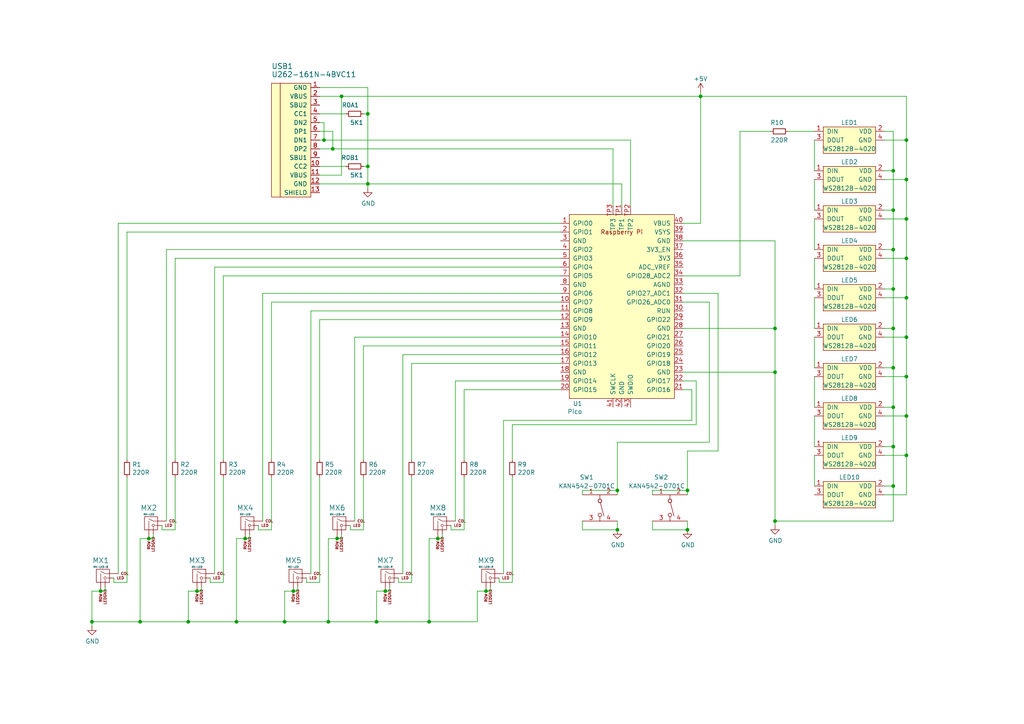
<source format=kicad_sch>
(kicad_sch (version 20211123) (generator eeschema)
  (paper "A4")
  (lib_symbols
    (symbol "Device:R_Small" (pin_numbers hide) (pin_names (offset 0.254) hide)
      (property "Reference" "R" (at 0.762 0.508 0))
      (property "Value" "R_Small" (at 0.762 -1.016 0))
      (symbol "R_Small_0_1"
        (rectangle (start -0.762 1.778) (end 0.762 -1.778) (stroke (width 0.2032)))
      )
      (symbol "R_Small_1_1"
        (pin passive line (at 0 2.54 270) (length 0.762) (name "~") (number "1"))
        (pin passive line (at 0 -2.54 90) (length 0.762) (name "~") (number "2"))
      )
    )
    (symbol "K2-1102SP-C4SC-04:K2-1102SP-C4SC-04" (pin_names (offset 0) hide)
      (property "Reference" "SW" (at 3.81 0 90))
      (property "Value" "K2-1102SP-C4SC-04" (at 0 6.35 0))
      (symbol "K2-1102SP-C4SC-04_0_0"
        (circle (center 0 -2.032) (radius 0.508))
        (polyline (pts (xy 0.127 1.524) (xy 1.1684 -2.3622)))
        (circle (center 0 2.032) (radius 0.508))
        (circle (center 0 2.032) (radius 0.508))
      )
      (symbol "K2-1102SP-C4SC-04_0_1"
        (polyline (pts (xy 0 -2.54) (xy 0 -3.81)))
        (polyline (pts (xy 0 3.81) (xy 0 2.54)))
      )
      (symbol "K2-1102SP-C4SC-04_1_1"
        (pin passive line (at -5.08 3.81 0) (length 5.08) (name "~") (number "1"))
        (pin passive line (at 5.08 3.81 180) (length 5.08) (name "~") (number "2"))
        (pin passive line (at -5.08 -3.81 0) (length 5.08) (name "~") (number "3"))
        (pin passive line (at 5.08 -3.81 180) (length 5.08) (name "~") (number "4"))
      )
    )
    (symbol "MCU_RaspberryPi_and_Boards:Pico" (pin_names (offset 1.016))
      (property "Reference" "U" (at -13.97 27.94 0))
      (property "Value" "Pico" (at 0 19.05 0))
      (symbol "Pico_0_0"
        (text "Raspberry Pi" (at 0 21.59 0) (effects (font (size 1.27 1.27))))
      )
      (symbol "Pico_0_1"
        (rectangle (start -15.24 26.67) (end 15.24 -26.67) (fill (type background)))
      )
      (symbol "Pico_1_1"
        (pin bidirectional line (at -17.78 24.13 0) (length 2.54) (name "GPIO0") (number "1"))
        (pin bidirectional line (at -17.78 1.27 0) (length 2.54) (name "GPIO7") (number "10"))
        (pin bidirectional line (at -17.78 -1.27 0) (length 2.54) (name "GPIO8") (number "11"))
        (pin bidirectional line (at -17.78 -3.81 0) (length 2.54) (name "GPIO9") (number "12"))
        (pin power_in line (at -17.78 -6.35 0) (length 2.54) (name "GND") (number "13"))
        (pin bidirectional line (at -17.78 -8.89 0) (length 2.54) (name "GPIO10") (number "14"))
        (pin bidirectional line (at -17.78 -11.43 0) (length 2.54) (name "GPIO11") (number "15"))
        (pin bidirectional line (at -17.78 -13.97 0) (length 2.54) (name "GPIO12") (number "16"))
        (pin bidirectional line (at -17.78 -16.51 0) (length 2.54) (name "GPIO13") (number "17"))
        (pin power_in line (at -17.78 -19.05 0) (length 2.54) (name "GND") (number "18"))
        (pin bidirectional line (at -17.78 -21.59 0) (length 2.54) (name "GPIO14") (number "19"))
        (pin bidirectional line (at -17.78 21.59 0) (length 2.54) (name "GPIO1") (number "2"))
        (pin bidirectional line (at -17.78 -24.13 0) (length 2.54) (name "GPIO15") (number "20"))
        (pin bidirectional line (at 17.78 -24.13 180) (length 2.54) (name "GPIO16") (number "21"))
        (pin bidirectional line (at 17.78 -21.59 180) (length 2.54) (name "GPIO17") (number "22"))
        (pin power_in line (at 17.78 -19.05 180) (length 2.54) (name "GND") (number "23"))
        (pin bidirectional line (at 17.78 -16.51 180) (length 2.54) (name "GPIO18") (number "24"))
        (pin bidirectional line (at 17.78 -13.97 180) (length 2.54) (name "GPIO19") (number "25"))
        (pin bidirectional line (at 17.78 -11.43 180) (length 2.54) (name "GPIO20") (number "26"))
        (pin bidirectional line (at 17.78 -8.89 180) (length 2.54) (name "GPIO21") (number "27"))
        (pin power_in line (at 17.78 -6.35 180) (length 2.54) (name "GND") (number "28"))
        (pin bidirectional line (at 17.78 -3.81 180) (length 2.54) (name "GPIO22") (number "29"))
        (pin power_in line (at -17.78 19.05 0) (length 2.54) (name "GND") (number "3"))
        (pin input line (at 17.78 -1.27 180) (length 2.54) (name "RUN") (number "30"))
        (pin bidirectional line (at 17.78 1.27 180) (length 2.54) (name "GPIO26_ADC0") (number "31"))
        (pin bidirectional line (at 17.78 3.81 180) (length 2.54) (name "GPIO27_ADC1") (number "32"))
        (pin power_in line (at 17.78 6.35 180) (length 2.54) (name "AGND") (number "33"))
        (pin bidirectional line (at 17.78 8.89 180) (length 2.54) (name "GPIO28_ADC2") (number "34"))
        (pin unspecified line (at 17.78 11.43 180) (length 2.54) (name "ADC_VREF") (number "35"))
        (pin unspecified line (at 17.78 13.97 180) (length 2.54) (name "3V3") (number "36"))
        (pin input line (at 17.78 16.51 180) (length 2.54) (name "3V3_EN") (number "37"))
        (pin bidirectional line (at 17.78 19.05 180) (length 2.54) (name "GND") (number "38"))
        (pin unspecified line (at 17.78 21.59 180) (length 2.54) (name "VSYS") (number "39"))
        (pin bidirectional line (at -17.78 16.51 0) (length 2.54) (name "GPIO2") (number "4"))
        (pin unspecified line (at 17.78 24.13 180) (length 2.54) (name "VBUS") (number "40"))
        (pin input line (at -2.54 -29.21 90) (length 2.54) (name "SWCLK") (number "41"))
        (pin power_in line (at 0 -29.21 90) (length 2.54) (name "GND") (number "42"))
        (pin bidirectional line (at 2.54 -29.21 90) (length 2.54) (name "SWDIO") (number "43"))
        (pin bidirectional line (at -17.78 13.97 0) (length 2.54) (name "GPIO3") (number "5"))
        (pin bidirectional line (at -17.78 11.43 0) (length 2.54) (name "GPIO4") (number "6"))
        (pin bidirectional line (at -17.78 8.89 0) (length 2.54) (name "GPIO5") (number "7"))
        (pin power_in line (at -17.78 6.35 0) (length 2.54) (name "GND") (number "8"))
        (pin bidirectional line (at -17.78 3.81 0) (length 2.54) (name "GPIO6") (number "9"))
        (pin unspecified line (at 0 29.21 270) (length 2.54) (name "TP1") (number "TP1"))
        (pin bidirectional line (at 2.54 29.21 270) (length 2.54) (name "TP2") (number "TP2"))
        (pin bidirectional line (at -2.54 29.21 270) (length 2.54) (name "TP3") (number "TP3"))
      )
    )
    (symbol "MX_Alps_Hybrid:MX-LED" (pin_names (offset 1.016))
      (property "Reference" "MX" (at -0.635 3.81 0))
      (property "Value" "MX-LED" (at -0.635 1.27 0))
      (symbol "MX-LED_0_0"
        (rectangle (start -2.54 2.54) (end 1.27 -1.27))
        (polyline (pts (xy -1.27 -1.27) (xy -1.27 1.27)) (stroke (width 0.127)))
        (polyline (pts (xy 0 -1.27) (xy 0 -0.635)) (stroke (width 0.127)))
        (polyline (pts (xy 1.27 0) (xy 0.635 0)) (stroke (width 0.127)))
        (polyline (pts (xy 1.27 1.27) (xy 0 1.27) (xy -1.27 1.905)) (stroke (width 0.127)))
        (circle (center 0 0) (radius 0.3556) (stroke (width 0.127)))
        (text "COL" (at 5.715 1.27 0) (effects (font (size 0.762 0.762))))
        (text "LED" (at 4.445 0 0) (effects (font (size 0.762 0.762))))
        (text "ROW" (at -1.27 -4.445 900) (effects (font (size 0.762 0.762)) (justify right)))
      )
      (symbol "MX-LED_1_0"
        (text "LEDGND" (at 0 -3.175 900) (effects (font (size 0.762 0.762)) (justify right)))
      )
      (symbol "MX-LED_1_1"
        (pin passive line (at 3.81 1.27 180) (length 2.54) (name "COL") (number "1"))
        (pin passive line (at -1.27 -3.81 90) (length 2.54) (name "ROW") (number "2"))
        (pin input line (at 2.54 0 180) (length 1.27) (name "LED") (number "3"))
        (pin passive line (at 0 -2.54 90) (length 1.27) (name "LEDGND") (number "4"))
      )
    )
    (symbol "Type-C:HRO-TYPE-C-31-M-12" (pin_names (offset 1.016))
      (property "Reference" "USB" (at -5.08 16.51 0))
      (property "Value" "HRO-TYPE-C-31-M-12" (at -10.16 -1.27 90))
      (symbol "HRO-TYPE-C-31-M-12_0_1"
        (rectangle (start -11.43 15.24) (end -8.89 -17.78) (fill (type background)))
        (rectangle (start 0 -17.78) (end -8.89 15.24) (fill (type background)))
      )
      (symbol "HRO-TYPE-C-31-M-12_1_1"
        (pin input line (at 2.54 13.97 180) (length 2.54) (name "GND") (number "1"))
        (pin input line (at 2.54 -8.89 180) (length 2.54) (name "CC2") (number "10"))
        (pin input line (at 2.54 -11.43 180) (length 2.54) (name "VBUS") (number "11"))
        (pin input line (at 2.54 -13.97 180) (length 2.54) (name "GND") (number "12"))
        (pin input line (at 2.54 -16.51 180) (length 2.54) (name "SHIELD") (number "13"))
        (pin input line (at 2.54 11.43 180) (length 2.54) (name "VBUS") (number "2"))
        (pin input line (at 2.54 8.89 180) (length 2.54) (name "SBU2") (number "3"))
        (pin input line (at 2.54 6.35 180) (length 2.54) (name "CC1") (number "4"))
        (pin input line (at 2.54 3.81 180) (length 2.54) (name "DN2") (number "5"))
        (pin input line (at 2.54 1.27 180) (length 2.54) (name "DP1") (number "6"))
        (pin input line (at 2.54 -1.27 180) (length 2.54) (name "DN1") (number "7"))
        (pin input line (at 2.54 -3.81 180) (length 2.54) (name "DP2") (number "8"))
        (pin input line (at 2.54 -6.35 180) (length 2.54) (name "SBU1") (number "9"))
      )
    )
    (symbol "agg-kicad:WS2812B-4020" (pin_names (offset 1.016))
      (property "Reference" "LED" (at -7.62 5.08 0))
      (property "Value" "WS2812B-4020" (at -7.62 -5.08 0))
      (symbol "WS2812B-4020_0_0"
        (pin input line (at 10.16 2.54 180) (length 2.54) (name "DIN") (number "1"))
        (pin power_in line (at -10.16 2.54 0) (length 2.54) (name "VDD") (number "2"))
        (pin output line (at 10.16 0 180) (length 2.54) (name "DOUT") (number "3"))
        (pin power_in line (at -10.16 0 0) (length 2.54) (name "GND") (number "4"))
      )
      (symbol "WS2812B-4020_0_1"
        (rectangle (start -7.62 3.81) (end 7.62 -3.81) (fill (type background)))
      )
    )
    (symbol "power:+5V" (power) (pin_names (offset 0))
      (property "Value" "+5V" (at 0 3.556 0))
      (symbol "+5V_0_1"
        (polyline (pts (xy -0.762 1.27) (xy 0 2.54)))
        (polyline (pts (xy 0 0) (xy 0 2.54)))
        (polyline (pts (xy 0 2.54) (xy 0.762 1.27)))
      )
      (symbol "+5V_1_1"
        (pin power_in line (at 0 0 90) (length 0) hide (name "+5V") (number "1"))
      )
    )
    (symbol "power:GND" (power) (pin_names (offset 0))
      (property "Value" "GND" (at 0 -3.81 0))
      (symbol "GND_0_1"
        (polyline (pts (xy 0 0) (xy 0 -1.27) (xy 1.27 -1.27) (xy 0 -2.54) (xy -1.27 -1.27) (xy 0 -1.27)))
      )
      (symbol "GND_1_1"
        (pin power_in line (at 0 0 270) (length 0) hide (name "GND") (number "1"))
      )
    )
  )
  (junction (at 109.22 180.34))
  (junction (at 40.64 180.34))
  (junction (at 96.52 43.18))
  (junction (at 262.89 86.36))
  (junction (at 111.76 171.45))
  (junction (at 97.79 156.21))
  (junction (at 262.89 97.79))
  (junction (at 179.07 142.24))
  (junction (at 203.2 27.94))
  (junction (at 68.58 180.34))
  (junction (at 259.08 60.96))
  (junction (at 199.39 142.24))
  (junction (at 259.08 106.68))
  (junction (at 259.08 49.53))
  (junction (at 95.25 180.34))
  (junction (at 99.06 27.94))
  (junction (at 262.89 74.93))
  (junction (at 106.68 53.34))
  (junction (at 262.89 109.22))
  (junction (at 26.67 180.34))
  (junction (at 259.08 129.54))
  (junction (at 54.61 180.34))
  (junction (at 179.07 153.67))
  (junction (at 262.89 52.07))
  (junction (at 43.18 156.21))
  (junction (at 259.08 95.25))
  (junction (at 140.97 171.45))
  (junction (at 71.12 156.21))
  (junction (at 259.08 140.97))
  (junction (at 259.08 72.39))
  (junction (at 259.08 118.11))
  (junction (at 85.09 171.45))
  (junction (at 262.89 40.64))
  (junction (at 262.89 132.08))
  (junction (at 82.55 180.34))
  (junction (at 124.46 180.34))
  (junction (at 106.68 48.26))
  (junction (at 259.08 83.82))
  (junction (at 106.68 33.02))
  (junction (at 127 156.21))
  (junction (at 262.89 63.5))
  (junction (at 199.39 153.67))
  (junction (at 29.21 171.45))
  (junction (at 224.79 151.13))
  (junction (at 57.15 171.45))
  (junction (at 224.79 95.25))
  (junction (at 262.89 120.65))
  (junction (at 93.98 40.64))
  (junction (at 224.79 107.95))
  (wire (pts (xy 62.23 77.47) (xy 162.56 77.47)))
  (wire (pts (xy 36.83 67.31) (xy 36.83 133.35)))
  (wire (pts (xy 106.68 25.4) (xy 106.68 33.02)))
  (wire (pts (xy 179.07 153.67) (xy 179.07 151.13)))
  (wire (pts (xy 134.62 113.03) (xy 134.62 133.35)))
  (wire (pts (xy 168.91 151.13) (xy 168.91 153.67)))
  (wire (pts (xy 198.12 107.95) (xy 224.79 107.95)))
  (wire (pts (xy 200.66 113.03) (xy 198.12 113.03)))
  (wire (pts (xy 76.2 85.09) (xy 162.56 85.09)))
  (wire (pts (xy 199.39 153.67) (xy 199.39 151.13)))
  (wire (pts (xy 259.08 140.97) (xy 259.08 151.13)))
  (wire (pts (xy 72.39 156.21) (xy 71.12 156.21)))
  (wire (pts (xy 115.57 167.64) (xy 115.57 168.91)))
  (wire (pts (xy 92.71 40.64) (xy 93.98 40.64)))
  (wire (pts (xy 256.54 95.25) (xy 259.08 95.25)))
  (wire (pts (xy 256.54 49.53) (xy 259.08 49.53)))
  (wire (pts (xy 113.03 170.18) (xy 113.03 171.45)))
  (wire (pts (xy 99.06 50.8) (xy 99.06 27.94)))
  (wire (pts (xy 259.08 72.39) (xy 259.08 83.82)))
  (wire (pts (xy 236.22 132.08) (xy 236.22 140.97)))
  (wire (pts (xy 224.79 69.85) (xy 224.79 95.25)))
  (wire (pts (xy 256.54 120.65) (xy 262.89 120.65)))
  (wire (pts (xy 256.54 74.93) (xy 262.89 74.93)))
  (wire (pts (xy 57.15 171.45) (xy 54.61 171.45)))
  (wire (pts (xy 214.63 38.1) (xy 223.52 38.1)))
  (wire (pts (xy 189.23 151.13) (xy 189.23 153.67)))
  (wire (pts (xy 198.12 87.63) (xy 205.74 87.63)))
  (wire (pts (xy 256.54 52.07) (xy 262.89 52.07)))
  (wire (pts (xy 109.22 171.45) (xy 109.22 180.34)))
  (wire (pts (xy 88.9 168.91) (xy 92.71 168.91)))
  (wire (pts (xy 99.06 154.94) (xy 99.06 156.21)))
  (wire (pts (xy 256.54 83.82) (xy 259.08 83.82)))
  (wire (pts (xy 116.84 102.87) (xy 116.84 166.37)))
  (wire (pts (xy 162.56 72.39) (xy 48.26 72.39)))
  (wire (pts (xy 82.55 171.45) (xy 82.55 180.34)))
  (wire (pts (xy 177.8 43.18) (xy 96.52 43.18)))
  (wire (pts (xy 236.22 74.93) (xy 236.22 83.82)))
  (wire (pts (xy 119.38 105.41) (xy 162.56 105.41)))
  (wire (pts (xy 101.6 153.67) (xy 105.41 153.67)))
  (wire (pts (xy 259.08 49.53) (xy 259.08 60.96)))
  (wire (pts (xy 144.78 167.64) (xy 144.78 168.91)))
  (wire (pts (xy 64.77 80.01) (xy 162.56 80.01)))
  (wire (pts (xy 146.05 121.92) (xy 146.05 166.37)))
  (wire (pts (xy 256.54 132.08) (xy 262.89 132.08)))
  (wire (pts (xy 201.93 110.49) (xy 198.12 110.49)))
  (wire (pts (xy 168.91 153.67) (xy 179.07 153.67)))
  (wire (pts (xy 101.6 152.4) (xy 101.6 153.67)))
  (wire (pts (xy 36.83 138.43) (xy 36.83 168.91)))
  (wire (pts (xy 71.12 156.21) (xy 68.58 156.21)))
  (wire (pts (xy 198.12 80.01) (xy 214.63 80.01)))
  (wire (pts (xy 30.48 170.18) (xy 30.48 171.45)))
  (wire (pts (xy 148.59 123.19) (xy 201.93 123.19)))
  (wire (pts (xy 78.74 87.63) (xy 78.74 133.35)))
  (wire (pts (xy 224.79 151.13) (xy 224.79 152.4)))
  (wire (pts (xy 46.99 152.4) (xy 46.99 153.67)))
  (wire (pts (xy 44.45 156.21) (xy 43.18 156.21)))
  (wire (pts (xy 236.22 63.5) (xy 236.22 72.39)))
  (wire (pts (xy 99.06 156.21) (xy 97.79 156.21)))
  (wire (pts (xy 262.89 74.93) (xy 262.89 86.36)))
  (wire (pts (xy 26.67 181.61) (xy 26.67 180.34)))
  (wire (pts (xy 40.64 156.21) (xy 40.64 180.34)))
  (wire (pts (xy 262.89 97.79) (xy 262.89 109.22)))
  (wire (pts (xy 97.79 156.21) (xy 95.25 156.21)))
  (wire (pts (xy 124.46 180.34) (xy 109.22 180.34)))
  (wire (pts (xy 262.89 109.22) (xy 262.89 120.65)))
  (wire (pts (xy 256.54 72.39) (xy 259.08 72.39)))
  (wire (pts (xy 119.38 105.41) (xy 119.38 133.35)))
  (wire (pts (xy 262.89 52.07) (xy 262.89 63.5)))
  (wire (pts (xy 208.28 85.09) (xy 208.28 130.81)))
  (wire (pts (xy 105.41 100.33) (xy 162.56 100.33)))
  (wire (pts (xy 93.98 35.56) (xy 93.98 40.64)))
  (wire (pts (xy 199.39 142.24) (xy 199.39 143.51)))
  (wire (pts (xy 92.71 92.71) (xy 92.71 133.35)))
  (wire (pts (xy 105.41 138.43) (xy 105.41 153.67)))
  (wire (pts (xy 236.22 52.07) (xy 236.22 60.96)))
  (wire (pts (xy 33.02 167.64) (xy 33.02 168.91)))
  (wire (pts (xy 182.88 40.64) (xy 93.98 40.64)))
  (wire (pts (xy 256.54 143.51) (xy 262.89 143.51)))
  (wire (pts (xy 179.07 142.24) (xy 179.07 143.51)))
  (wire (pts (xy 26.67 180.34) (xy 26.67 171.45)))
  (wire (pts (xy 124.46 156.21) (xy 124.46 180.34)))
  (wire (pts (xy 72.39 154.94) (xy 72.39 156.21)))
  (wire (pts (xy 214.63 38.1) (xy 214.63 80.01)))
  (wire (pts (xy 92.71 53.34) (xy 106.68 53.34)))
  (wire (pts (xy 96.52 38.1) (xy 96.52 43.18)))
  (wire (pts (xy 228.6 38.1) (xy 236.22 38.1)))
  (wire (pts (xy 34.29 64.77) (xy 34.29 166.37)))
  (wire (pts (xy 262.89 63.5) (xy 262.89 74.93)))
  (wire (pts (xy 256.54 118.11) (xy 259.08 118.11)))
  (wire (pts (xy 46.99 153.67) (xy 50.8 153.67)))
  (wire (pts (xy 88.9 167.64) (xy 88.9 168.91)))
  (wire (pts (xy 26.67 171.45) (xy 29.21 171.45)))
  (wire (pts (xy 182.88 59.69) (xy 182.88 40.64)))
  (wire (pts (xy 64.77 80.01) (xy 64.77 133.35)))
  (wire (pts (xy 40.64 180.34) (xy 54.61 180.34)))
  (wire (pts (xy 180.34 59.69) (xy 180.34 53.34)))
  (wire (pts (xy 105.41 100.33) (xy 105.41 133.35)))
  (wire (pts (xy 262.89 86.36) (xy 262.89 97.79)))
  (wire (pts (xy 259.08 60.96) (xy 259.08 72.39)))
  (wire (pts (xy 256.54 38.1) (xy 259.08 38.1)))
  (wire (pts (xy 208.28 130.81) (xy 199.39 130.81)))
  (wire (pts (xy 138.43 180.34) (xy 124.46 180.34)))
  (wire (pts (xy 68.58 180.34) (xy 54.61 180.34)))
  (wire (pts (xy 259.08 129.54) (xy 259.08 140.97)))
  (wire (pts (xy 62.23 77.47) (xy 62.23 166.37)))
  (wire (pts (xy 256.54 129.54) (xy 259.08 129.54)))
  (wire (pts (xy 44.45 154.94) (xy 44.45 156.21)))
  (wire (pts (xy 201.93 123.19) (xy 201.93 110.49)))
  (wire (pts (xy 92.71 50.8) (xy 99.06 50.8)))
  (wire (pts (xy 40.64 156.21) (xy 43.18 156.21)))
  (wire (pts (xy 99.06 27.94) (xy 203.2 27.94)))
  (wire (pts (xy 256.54 106.68) (xy 259.08 106.68)))
  (wire (pts (xy 259.08 38.1) (xy 259.08 49.53)))
  (wire (pts (xy 262.89 132.08) (xy 262.89 143.51)))
  (wire (pts (xy 92.71 43.18) (xy 96.52 43.18)))
  (wire (pts (xy 138.43 171.45) (xy 138.43 180.34)))
  (wire (pts (xy 200.66 121.92) (xy 146.05 121.92)))
  (wire (pts (xy 236.22 86.36) (xy 236.22 95.25)))
  (wire (pts (xy 262.89 120.65) (xy 262.89 132.08)))
  (wire (pts (xy 58.42 171.45) (xy 57.15 171.45)))
  (wire (pts (xy 130.81 152.4) (xy 130.81 153.67)))
  (wire (pts (xy 189.23 153.67) (xy 199.39 153.67)))
  (wire (pts (xy 76.2 85.09) (xy 76.2 151.13)))
  (wire (pts (xy 162.56 64.77) (xy 34.29 64.77)))
  (wire (pts (xy 142.24 171.45) (xy 140.97 171.45)))
  (wire (pts (xy 92.71 48.26) (xy 100.33 48.26)))
  (wire (pts (xy 224.79 107.95) (xy 224.79 151.13)))
  (wire (pts (xy 256.54 97.79) (xy 262.89 97.79)))
  (wire (pts (xy 142.24 170.18) (xy 142.24 171.45)))
  (wire (pts (xy 177.8 59.69) (xy 177.8 43.18)))
  (wire (pts (xy 64.77 138.43) (xy 64.77 168.91)))
  (wire (pts (xy 132.08 110.49) (xy 162.56 110.49)))
  (wire (pts (xy 92.71 33.02) (xy 100.33 33.02)))
  (wire (pts (xy 189.23 143.51) (xy 189.23 142.24)))
  (wire (pts (xy 78.74 87.63) (xy 162.56 87.63)))
  (wire (pts (xy 168.91 142.24) (xy 179.07 142.24)))
  (wire (pts (xy 236.22 120.65) (xy 236.22 129.54)))
  (wire (pts (xy 128.27 156.21) (xy 127 156.21)))
  (wire (pts (xy 74.93 153.67) (xy 78.74 153.67)))
  (wire (pts (xy 106.68 48.26) (xy 105.41 48.26)))
  (wire (pts (xy 109.22 180.34) (xy 95.25 180.34)))
  (wire (pts (xy 36.83 67.31) (xy 162.56 67.31)))
  (wire (pts (xy 180.34 53.34) (xy 106.68 53.34)))
  (wire (pts (xy 113.03 171.45) (xy 111.76 171.45)))
  (wire (pts (xy 58.42 170.18) (xy 58.42 171.45)))
  (wire (pts (xy 259.08 83.82) (xy 259.08 95.25)))
  (wire (pts (xy 92.71 25.4) (xy 106.68 25.4)))
  (wire (pts (xy 92.71 27.94) (xy 99.06 27.94)))
  (wire (pts (xy 162.56 97.79) (xy 102.87 97.79)))
  (wire (pts (xy 236.22 40.64) (xy 236.22 49.53)))
  (wire (pts (xy 111.76 171.45) (xy 109.22 171.45)))
  (wire (pts (xy 236.22 109.22) (xy 236.22 118.11)))
  (wire (pts (xy 199.39 130.81) (xy 199.39 142.24)))
  (wire (pts (xy 115.57 168.91) (xy 119.38 168.91)))
  (wire (pts (xy 256.54 40.64) (xy 262.89 40.64)))
  (wire (pts (xy 60.96 168.91) (xy 64.77 168.91)))
  (wire (pts (xy 119.38 138.43) (xy 119.38 168.91)))
  (wire (pts (xy 224.79 95.25) (xy 224.79 107.95)))
  (wire (pts (xy 259.08 106.68) (xy 259.08 118.11)))
  (wire (pts (xy 162.56 113.03) (xy 134.62 113.03)))
  (wire (pts (xy 256.54 86.36) (xy 262.89 86.36)))
  (wire (pts (xy 54.61 171.45) (xy 54.61 180.34)))
  (wire (pts (xy 86.36 170.18) (xy 86.36 171.45)))
  (wire (pts (xy 262.89 40.64) (xy 262.89 52.07)))
  (wire (pts (xy 128.27 154.94) (xy 128.27 156.21)))
  (wire (pts (xy 198.12 69.85) (xy 224.79 69.85)))
  (wire (pts (xy 140.97 171.45) (xy 138.43 171.45)))
  (wire (pts (xy 198.12 95.25) (xy 224.79 95.25)))
  (wire (pts (xy 90.17 90.17) (xy 162.56 90.17)))
  (wire (pts (xy 106.68 33.02) (xy 106.68 48.26)))
  (wire (pts (xy 236.22 97.79) (xy 236.22 106.68)))
  (wire (pts (xy 50.8 74.93) (xy 162.56 74.93)))
  (wire (pts (xy 262.89 27.94) (xy 262.89 40.64)))
  (wire (pts (xy 127 156.21) (xy 124.46 156.21)))
  (wire (pts (xy 132.08 151.13) (xy 132.08 110.49)))
  (wire (pts (xy 106.68 53.34) (xy 106.68 54.61)))
  (wire (pts (xy 224.79 151.13) (xy 259.08 151.13)))
  (wire (pts (xy 82.55 180.34) (xy 68.58 180.34)))
  (wire (pts (xy 148.59 168.91) (xy 148.59 138.43)))
  (wire (pts (xy 203.2 27.94) (xy 262.89 27.94)))
  (wire (pts (xy 90.17 90.17) (xy 90.17 166.37)))
  (wire (pts (xy 148.59 133.35) (xy 148.59 123.19)))
  (wire (pts (xy 92.71 138.43) (xy 92.71 168.91)))
  (wire (pts (xy 259.08 95.25) (xy 259.08 106.68)))
  (wire (pts (xy 26.67 180.34) (xy 40.64 180.34)))
  (wire (pts (xy 86.36 171.45) (xy 85.09 171.45)))
  (wire (pts (xy 68.58 156.21) (xy 68.58 180.34)))
  (wire (pts (xy 30.48 171.45) (xy 29.21 171.45)))
  (wire (pts (xy 33.02 168.91) (xy 36.83 168.91)))
  (wire (pts (xy 92.71 92.71) (xy 162.56 92.71)))
  (wire (pts (xy 256.54 63.5) (xy 262.89 63.5)))
  (wire (pts (xy 189.23 142.24) (xy 199.39 142.24)))
  (wire (pts (xy 256.54 140.97) (xy 259.08 140.97)))
  (wire (pts (xy 168.91 143.51) (xy 168.91 142.24)))
  (wire (pts (xy 203.2 27.94) (xy 203.2 26.67)))
  (wire (pts (xy 256.54 60.96) (xy 259.08 60.96)))
  (wire (pts (xy 60.96 167.64) (xy 60.96 168.91)))
  (wire (pts (xy 92.71 38.1) (xy 96.52 38.1)))
  (wire (pts (xy 106.68 48.26) (xy 106.68 53.34)))
  (wire (pts (xy 205.74 128.27) (xy 179.07 128.27)))
  (wire (pts (xy 50.8 138.43) (xy 50.8 153.67)))
  (wire (pts (xy 92.71 35.56) (xy 93.98 35.56)))
  (wire (pts (xy 102.87 97.79) (xy 102.87 151.13)))
  (wire (pts (xy 162.56 102.87) (xy 116.84 102.87)))
  (wire (pts (xy 106.68 33.02) (xy 105.41 33.02)))
  (wire (pts (xy 130.81 153.67) (xy 134.62 153.67)))
  (wire (pts (xy 198.12 64.77) (xy 203.2 64.77)))
  (wire (pts (xy 198.12 85.09) (xy 208.28 85.09)))
  (wire (pts (xy 74.93 152.4) (xy 74.93 153.67)))
  (wire (pts (xy 48.26 72.39) (xy 48.26 151.13)))
  (wire (pts (xy 256.54 109.22) (xy 262.89 109.22)))
  (wire (pts (xy 85.09 171.45) (xy 82.55 171.45)))
  (wire (pts (xy 203.2 27.94) (xy 203.2 64.77)))
  (wire (pts (xy 95.25 156.21) (xy 95.25 180.34)))
  (wire (pts (xy 50.8 74.93) (xy 50.8 133.35)))
  (wire (pts (xy 259.08 118.11) (xy 259.08 129.54)))
  (wire (pts (xy 144.78 168.91) (xy 148.59 168.91)))
  (wire (pts (xy 134.62 138.43) (xy 134.62 153.67)))
  (wire (pts (xy 78.74 138.43) (xy 78.74 153.67)))
  (wire (pts (xy 179.07 128.27) (xy 179.07 142.24)))
  (wire (pts (xy 95.25 180.34) (xy 82.55 180.34)))
  (wire (pts (xy 200.66 113.03) (xy 200.66 121.92)))
  (wire (pts (xy 205.74 87.63) (xy 205.74 128.27)))
  (symbol (lib_id "MCU_RaspberryPi_and_Boards:Pico") (at 180.34 88.9 0) (unit 1)
    (property "Reference" "U1" (at 168.91 117.0686 0) (effects (justify right)))
    (property "Value" "Pico" (at 168.91 119.38 0) (effects (justify right)))
    (property "Footprint" "MCU_RaspberryPi_and_Boards:RPi_Pico_SMD_TH" (effects hide))
  )
  (symbol (lib_id "MX_Alps_Hybrid:MX-LED") (at 30.48 167.64 0) (unit 1)
    (property "Reference" "MX1" (at 29.21 162.56 0) (effects (font (size 1.524 1.524))))
    (property "Value" "MX-LED-B" (at 29.21 164.4396 0) (effects (font (size 0.508 0.508))))
    (property "Footprint" "MX_Only:MXOnly-1.5U-Hotswap-LED-SMD" (effects hide))
    (property "LCSC" "C440444" (effects hide))
  )
  (symbol (lib_id "MX_Alps_Hybrid:MX-LED") (at 44.45 152.4 0) (unit 1)
    (property "Reference" "MX2" (at 43.18 147.32 0) (effects (font (size 1.524 1.524))))
    (property "Value" "MX-LED" (at 43.18 149.1996 0) (effects (font (size 0.508 0.508))))
    (property "Footprint" "MX_Only:MXOnly-1.5U-Hotswap-LED-SMD" (effects hide))
    (property "LCSC" "C26545" (effects hide))
  )
  (symbol (lib_id "MX_Alps_Hybrid:MX-LED") (at 58.42 167.64 0) (unit 1)
    (property "Reference" "MX3" (at 57.15 162.56 0) (effects (font (size 1.524 1.524))))
    (property "Value" "MX-LED" (at 57.15 164.4396 0) (effects (font (size 0.508 0.508))))
    (property "Footprint" "MX_Only:MXOnly-1.5U-Hotswap-LED-SMD" (effects hide))
    (property "LCSC" "C26545" (effects hide))
  )
  (symbol (lib_id "MX_Alps_Hybrid:MX-LED") (at 72.39 152.4 0) (unit 1)
    (property "Reference" "MX4" (at 71.12 147.32 0) (effects (font (size 1.524 1.524))))
    (property "Value" "MX-LED" (at 71.12 149.1996 0) (effects (font (size 0.508 0.508))))
    (property "Footprint" "MX_Only:MXOnly-1.5U-Hotswap-LED-SMD" (effects hide))
    (property "LCSC" "C26545" (effects hide))
  )
  (symbol (lib_id "MX_Alps_Hybrid:MX-LED") (at 86.36 167.64 0) (unit 1)
    (property "Reference" "MX5" (at 85.09 162.56 0) (effects (font (size 1.524 1.524))))
    (property "Value" "MX-LED" (at 85.09 164.4396 0) (effects (font (size 0.508 0.508))))
    (property "Footprint" "MX_Only:MXOnly-1.5U-Hotswap-LED-SMD" (effects hide))
    (property "LCSC" "C26545" (effects hide))
  )
  (symbol (lib_id "MX_Alps_Hybrid:MX-LED") (at 99.06 152.4 0) (unit 1)
    (property "Reference" "MX6" (at 97.79 147.32 0) (effects (font (size 1.524 1.524))))
    (property "Value" "MX-LED-R" (at 97.79 149.1996 0) (effects (font (size 0.508 0.508))))
    (property "Footprint" "MX_Only:MXOnly-1.5U-Hotswap-LED-SMD" (effects hide))
    (property "LCSC" "C440441" (effects hide))
  )
  (symbol (lib_id "MX_Alps_Hybrid:MX-LED") (at 113.03 167.64 0) (unit 1)
    (property "Reference" "MX7" (at 111.76 162.56 0) (effects (font (size 1.524 1.524))))
    (property "Value" "MX-LED-R" (at 111.76 164.4396 0) (effects (font (size 0.508 0.508))))
    (property "Footprint" "MX_Only:MXOnly-1.5U-Hotswap-LED-SMD" (effects hide))
    (property "LCSC" "C440441" (effects hide))
  )
  (symbol (lib_id "Type-C:HRO-TYPE-C-31-M-12") (at 90.17 39.37 0) (unit 1)
    (property "Reference" "USB1" (at 78.74 19.2024 0) (effects (font (size 1.524 1.524)) (justify left)))
    (property "Value" "U262-161N-4BVC11" (at 78.74 21.59 0) (effects (font (size 1.524 1.524)) (justify left)))
    (property "Footprint" "Type-C:HRO-TYPE-C-31-M-12-Assembly" (effects hide))
    (property "LCSC" "C319148" (effects hide))
  )
  (symbol (lib_id "power:GND") (at 106.68 54.61 0) (unit 1)
    (property "Reference" "#PWR0112" (effects hide))
    (property "Value" "GND" (at 106.807 59.0042 0))
  )
  (symbol (lib_id "power:+5V") (at 203.2 26.67 0) (unit 1)
    (property "Reference" "#PWR0114" (effects hide))
    (property "Value" "+5V" (at 203.2 22.86 0))
  )
  (symbol (lib_id "Device:R_Small") (at 102.87 48.26 90) (unit 1)
    (property "Reference" "R0B1" (at 104.14 45.72 90) (effects (justify left)))
    (property "Value" "5K1" (at 105.41 50.8 90) (effects (justify left)))
    (property "Footprint" "Resistor_SMD:R_0603_1608Metric" (effects hide))
    (property "LCSC" "C23186" (effects hide))
  )
  (symbol (lib_id "Device:R_Small") (at 102.87 33.02 90) (unit 1)
    (property "Reference" "R0A1" (at 104.14 30.48 90) (effects (justify left)))
    (property "Value" "5K1" (at 105.41 35.56 90) (effects (justify left)))
    (property "Footprint" "Resistor_SMD:R_0603_1608Metric" (effects hide))
    (property "LCSC" "C23186" (effects hide))
  )
  (symbol (lib_id "Device:R_Small") (at 226.06 38.1 90) (unit 1)
    (property "Reference" "R10" (at 227.33 35.56 90) (effects (justify left)))
    (property "Value" "220R" (at 228.6 40.64 90) (effects (justify left)))
    (property "Footprint" "Resistor_SMD:R_0603_1608Metric" (effects hide))
    (property "LCSC" "C22962" (effects hide))
  )
  (symbol (lib_id "K2-1102SP-C4SC-04:K2-1102SP-C4SC-04") (at 173.99 147.32 0) (unit 1)
    (property "Reference" "SW1" (at 170.18 138.43 0))
    (property "Value" "KAN4542-0701C" (at 170.18 140.97 0))
    (property "Footprint" "K2-1102SP-C4SC-04:KAN4542-0701C" (effects hide))
    (property "LCSC" "C231726" (effects hide))
  )
  (symbol (lib_id "K2-1102SP-C4SC-04:K2-1102SP-C4SC-04") (at 194.31 147.32 0) (unit 1)
    (property "Reference" "SW2" (at 191.77 138.43 0))
    (property "Value" "KAN4542-0701C" (at 190.5 140.97 0))
    (property "Footprint" "K2-1102SP-C4SC-04:KAN4542-0701C" (effects hide))
    (property "LCSC" "C231726" (effects hide))
  )
  (symbol (lib_id "power:GND") (at 224.79 152.4 0) (unit 1)
    (property "Reference" "#PWR0103" (effects hide))
    (property "Value" "GND" (at 224.917 156.7942 0))
  )
  (symbol (lib_id "MX_Alps_Hybrid:MX-LED") (at 142.24 167.64 0) (unit 1)
    (property "Reference" "MX9" (at 140.97 162.56 0) (effects (font (size 1.524 1.524))))
    (property "Value" "MX-LED-R" (at 140.97 164.4396 0) (effects (font (size 0.508 0.508))))
    (property "Footprint" "MX_Only:MXOnly-1.5U-Hotswap-LED-SMD" (effects hide))
    (property "LCSC" "C440441" (effects hide))
  )
  (symbol (lib_id "power:GND") (at 199.39 153.67 0) (unit 1)
    (property "Reference" "#PWR0104" (effects hide))
    (property "Value" "GND" (at 199.517 158.0642 0))
  )
  (symbol (lib_id "Device:R_Small") (at 78.74 135.89 0) (unit 1)
    (property "Reference" "R4" (at 80.2386 134.7216 0) (effects (justify left)))
    (property "Value" "220R" (at 80.2386 137.033 0) (effects (justify left)))
    (property "Footprint" "Resistor_SMD:R_0603_1608Metric" (effects hide))
    (property "LCSC" "C22962" (effects hide))
  )
  (symbol (lib_id "agg-kicad:WS2812B-4020") (at 246.38 132.08 0) (mirror y) (unit 1)
    (property "Reference" "LED9" (at 246.38 127 0))
    (property "Value" "WS2812B-4020" (at 246.38 134.62 0))
    (property "Footprint" "agg:WS2812B-4020" (effects hide))
    (property "Datasheet" "https://datasheet.lcsc.com/szlcsc/2012110135_Worldsemi-WS2812B-4020_C965557.pdf" (effects hide))
  )
  (symbol (lib_id "agg-kicad:WS2812B-4020") (at 246.38 120.65 0) (mirror y) (unit 1)
    (property "Reference" "LED8" (at 246.38 115.57 0))
    (property "Value" "WS2812B-4020" (at 246.38 123.19 0))
    (property "Footprint" "agg:WS2812B-4020" (effects hide))
    (property "Datasheet" "https://datasheet.lcsc.com/szlcsc/2012110135_Worldsemi-WS2812B-4020_C965557.pdf" (effects hide))
  )
  (symbol (lib_id "Device:R_Small") (at 148.59 135.89 0) (unit 1)
    (property "Reference" "R9" (at 150.0886 134.7216 0) (effects (justify left)))
    (property "Value" "220R" (at 150.0886 137.033 0) (effects (justify left)))
    (property "Footprint" "Resistor_SMD:R_0603_1608Metric" (effects hide))
    (property "LCSC" "C22962" (effects hide))
  )
  (symbol (lib_id "agg-kicad:WS2812B-4020") (at 246.38 63.5 0) (mirror y) (unit 1)
    (property "Reference" "LED3" (at 246.38 58.42 0))
    (property "Value" "WS2812B-4020" (at 246.38 66.04 0))
    (property "Footprint" "agg:WS2812B-4020" (effects hide))
    (property "Datasheet" "https://datasheet.lcsc.com/szlcsc/2012110135_Worldsemi-WS2812B-4020_C965557.pdf" (effects hide))
  )
  (symbol (lib_id "agg-kicad:WS2812B-4020") (at 246.38 74.93 0) (mirror y) (unit 1)
    (property "Reference" "LED4" (at 246.38 69.85 0))
    (property "Value" "WS2812B-4020" (at 246.38 77.47 0))
    (property "Footprint" "agg:WS2812B-4020" (effects hide))
    (property "Datasheet" "https://datasheet.lcsc.com/szlcsc/2012110135_Worldsemi-WS2812B-4020_C965557.pdf" (effects hide))
  )
  (symbol (lib_id "Device:R_Small") (at 64.77 135.89 0) (unit 1)
    (property "Reference" "R3" (at 66.2686 134.7216 0) (effects (justify left)))
    (property "Value" "220R" (at 66.2686 137.033 0) (effects (justify left)))
    (property "Footprint" "Resistor_SMD:R_0603_1608Metric" (effects hide))
    (property "LCSC" "C22962" (effects hide))
  )
  (symbol (lib_id "Device:R_Small") (at 105.41 135.89 0) (unit 1)
    (property "Reference" "R6" (at 106.9086 134.7216 0) (effects (justify left)))
    (property "Value" "220R" (at 106.9086 137.033 0) (effects (justify left)))
    (property "Footprint" "Resistor_SMD:R_0603_1608Metric" (effects hide))
    (property "LCSC" "C22962" (effects hide))
  )
  (symbol (lib_id "MX_Alps_Hybrid:MX-LED") (at 128.27 152.4 0) (unit 1)
    (property "Reference" "MX8" (at 127 147.32 0) (effects (font (size 1.524 1.524))))
    (property "Value" "MX-LED-R" (at 127 149.1996 0) (effects (font (size 0.508 0.508))))
    (property "Footprint" "MX_Only:MXOnly-1.5U-Hotswap-LED-SMD" (effects hide))
    (property "LCSC" "C440441" (effects hide))
  )
  (symbol (lib_id "Device:R_Small") (at 134.62 135.89 0) (unit 1)
    (property "Reference" "R8" (at 136.1186 134.7216 0) (effects (justify left)))
    (property "Value" "220R" (at 136.1186 137.033 0) (effects (justify left)))
    (property "Footprint" "Resistor_SMD:R_0603_1608Metric" (effects hide))
    (property "LCSC" "C22962" (effects hide))
  )
  (symbol (lib_id "agg-kicad:WS2812B-4020") (at 246.38 40.64 0) (mirror y) (unit 1)
    (property "Reference" "LED1" (at 246.38 35.56 0))
    (property "Value" "WS2812B-4020" (at 246.38 43.18 0))
    (property "Footprint" "agg:WS2812B-4020" (effects hide))
    (property "Datasheet" "https://datasheet.lcsc.com/szlcsc/2012110135_Worldsemi-WS2812B-4020_C965557.pdf" (effects hide))
  )
  (symbol (lib_id "agg-kicad:WS2812B-4020") (at 246.38 143.51 0) (mirror y) (unit 1)
    (property "Reference" "LED10" (at 246.38 138.43 0))
    (property "Value" "WS2812B-4020" (at 246.38 146.05 0))
    (property "Footprint" "agg:WS2812B-4020" (effects hide))
    (property "Datasheet" "https://datasheet.lcsc.com/szlcsc/2012110135_Worldsemi-WS2812B-4020_C965557.pdf" (effects hide))
  )
  (symbol (lib_id "agg-kicad:WS2812B-4020") (at 246.38 109.22 0) (mirror y) (unit 1)
    (property "Reference" "LED7" (at 246.38 104.14 0))
    (property "Value" "WS2812B-4020" (at 246.38 111.76 0))
    (property "Footprint" "agg:WS2812B-4020" (effects hide))
    (property "Datasheet" "https://datasheet.lcsc.com/szlcsc/2012110135_Worldsemi-WS2812B-4020_C965557.pdf" (effects hide))
  )
  (symbol (lib_id "agg-kicad:WS2812B-4020") (at 246.38 97.79 0) (mirror y) (unit 1)
    (property "Reference" "LED6" (at 246.38 92.71 0))
    (property "Value" "WS2812B-4020" (at 246.38 100.33 0))
    (property "Footprint" "agg:WS2812B-4020" (effects hide))
    (property "Datasheet" "https://datasheet.lcsc.com/szlcsc/2012110135_Worldsemi-WS2812B-4020_C965557.pdf" (effects hide))
  )
  (symbol (lib_id "power:GND") (at 179.07 153.67 0) (unit 1)
    (property "Reference" "#PWR0102" (effects hide))
    (property "Value" "GND" (at 179.197 158.0642 0))
  )
  (symbol (lib_id "Device:R_Small") (at 92.71 135.89 0) (unit 1)
    (property "Reference" "R5" (at 94.2086 134.7216 0) (effects (justify left)))
    (property "Value" "220R" (at 94.2086 137.033 0) (effects (justify left)))
    (property "Footprint" "Resistor_SMD:R_0603_1608Metric" (effects hide))
    (property "LCSC" "C22962" (effects hide))
  )
  (symbol (lib_id "agg-kicad:WS2812B-4020") (at 246.38 52.07 0) (mirror y) (unit 1)
    (property "Reference" "LED2" (at 246.38 46.99 0))
    (property "Value" "WS2812B-4020" (at 246.38 54.61 0))
    (property "Footprint" "agg:WS2812B-4020" (effects hide))
    (property "Datasheet" "https://datasheet.lcsc.com/szlcsc/2012110135_Worldsemi-WS2812B-4020_C965557.pdf" (effects hide))
  )
  (symbol (lib_id "Device:R_Small") (at 119.38 135.89 0) (unit 1)
    (property "Reference" "R7" (at 120.8786 134.7216 0) (effects (justify left)))
    (property "Value" "220R" (at 120.8786 137.033 0) (effects (justify left)))
    (property "Footprint" "Resistor_SMD:R_0603_1608Metric" (effects hide))
    (property "LCSC" "C22962" (effects hide))
  )
  (symbol (lib_id "Device:R_Small") (at 36.83 135.89 0) (unit 1)
    (property "Reference" "R1" (at 38.3286 134.7216 0) (effects (justify left)))
    (property "Value" "220R" (at 38.3286 137.033 0) (effects (justify left)))
    (property "Footprint" "Resistor_SMD:R_0603_1608Metric" (effects hide))
    (property "LCSC" "C22962" (effects hide))
  )
  (symbol (lib_id "power:GND") (at 26.67 181.61 0) (unit 1)
    (property "Reference" "#PWR0101" (effects hide))
    (property "Value" "GND" (at 26.797 186.0042 0))
  )
  (symbol (lib_id "agg-kicad:WS2812B-4020") (at 246.38 86.36 0) (mirror y) (unit 1)
    (property "Reference" "LED5" (at 246.38 81.28 0))
    (property "Value" "WS2812B-4020" (at 246.38 88.9 0))
    (property "Footprint" "agg:WS2812B-4020" (effects hide))
    (property "Datasheet" "https://datasheet.lcsc.com/szlcsc/2012110135_Worldsemi-WS2812B-4020_C965557.pdf" (effects hide))
  )
  (symbol (lib_id "Device:R_Small") (at 50.8 135.89 0) (unit 1)
    (property "Reference" "R2" (at 52.2986 134.7216 0) (effects (justify left)))
    (property "Value" "220R" (at 52.2986 137.033 0) (effects (justify left)))
    (property "Footprint" "Resistor_SMD:R_0603_1608Metric" (effects hide))
    (property "LCSC" "C22962" (effects hide))
  )
)
</source>
